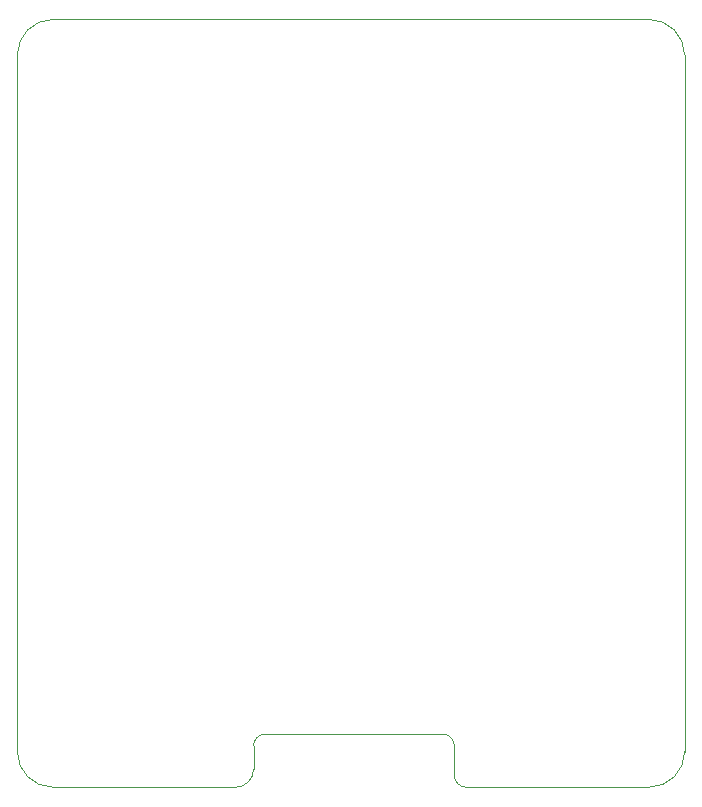
<source format=gko>
G04 #@! TF.GenerationSoftware,KiCad,Pcbnew,(5.1.4)-1*
G04 #@! TF.CreationDate,2019-10-26T22:21:00+02:00*
G04 #@! TF.ProjectId,rf-receiver,72662d72-6563-4656-9976-65722e6b6963,rev?*
G04 #@! TF.SameCoordinates,Original*
G04 #@! TF.FileFunction,Profile,NP*
%FSLAX46Y46*%
G04 Gerber Fmt 4.6, Leading zero omitted, Abs format (unit mm)*
G04 Created by KiCad (PCBNEW (5.1.4)-1) date 2019-10-26 22:21:00*
%MOMM*%
%LPD*%
G04 APERTURE LIST*
%ADD10C,0.100000*%
G04 APERTURE END LIST*
D10*
X94950000Y-121200000D02*
G75*
G02X93450000Y-122700000I-1500000J0D01*
G01*
X94950000Y-119200000D02*
X94950000Y-121200000D01*
X94950000Y-119200000D02*
G75*
G02X95950000Y-118200000I1000000J0D01*
G01*
X110950000Y-118200000D02*
X95950000Y-118200000D01*
X110950000Y-118200000D02*
G75*
G02X111950000Y-119200000I0J-1000000D01*
G01*
X111950000Y-121700000D02*
X111950000Y-119200000D01*
X112950000Y-122700000D02*
G75*
G02X111950000Y-121700000I0J1000000D01*
G01*
X93450000Y-122700000D02*
X77950000Y-122700000D01*
X74950000Y-60700000D02*
G75*
G02X77950000Y-57700000I3000000J0D01*
G01*
X128450000Y-57700000D02*
G75*
G02X131450000Y-60700000I0J-3000000D01*
G01*
X131450000Y-119700000D02*
G75*
G02X128450000Y-122700000I-3000000J0D01*
G01*
X77950000Y-122700000D02*
G75*
G02X74950000Y-119700000I0J3000000D01*
G01*
X128450000Y-57700000D02*
X77950000Y-57700000D01*
X131450000Y-60700000D02*
X131450000Y-119700000D01*
X74950000Y-119700000D02*
X74950000Y-60700000D01*
X128450000Y-122700000D02*
X112950000Y-122700000D01*
M02*

</source>
